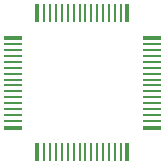
<source format=gtp>
G75*
%MOIN*%
%OFA0B0*%
%FSLAX25Y25*%
%IPPOS*%
%LPD*%
%AMOC8*
5,1,8,0,0,1.08239X$1,22.5*
%
%ADD10R,0.05906X0.01575*%
%ADD11R,0.05906X0.01102*%
%ADD12R,0.01575X0.05906*%
%ADD13R,0.01102X0.05906*%
D10*
X0070291Y0078520D03*
X0070291Y0108520D03*
X0116748Y0108520D03*
X0116748Y0078520D03*
D11*
X0116748Y0080724D03*
X0116748Y0082693D03*
X0116748Y0084661D03*
X0116748Y0086630D03*
X0116748Y0088598D03*
X0116748Y0090567D03*
X0116748Y0092535D03*
X0116748Y0094504D03*
X0116748Y0096472D03*
X0116748Y0098441D03*
X0116748Y0100409D03*
X0116748Y0102378D03*
X0116748Y0104346D03*
X0116748Y0106315D03*
X0070291Y0106315D03*
X0070291Y0104346D03*
X0070291Y0102378D03*
X0070291Y0100409D03*
X0070291Y0098441D03*
X0070291Y0096472D03*
X0070291Y0094504D03*
X0070291Y0092535D03*
X0070291Y0090567D03*
X0070291Y0088598D03*
X0070291Y0086630D03*
X0070291Y0084661D03*
X0070291Y0082693D03*
X0070291Y0080724D03*
D12*
X0078520Y0070291D03*
X0108520Y0070291D03*
X0108520Y0116748D03*
X0078520Y0116748D03*
D13*
X0080724Y0116748D03*
X0082693Y0116748D03*
X0084661Y0116748D03*
X0086630Y0116748D03*
X0088598Y0116748D03*
X0090567Y0116748D03*
X0092535Y0116748D03*
X0094504Y0116748D03*
X0096472Y0116748D03*
X0098441Y0116748D03*
X0100409Y0116748D03*
X0102378Y0116748D03*
X0104346Y0116748D03*
X0106315Y0116748D03*
X0106315Y0070291D03*
X0104346Y0070291D03*
X0102378Y0070291D03*
X0100409Y0070291D03*
X0098441Y0070291D03*
X0096472Y0070291D03*
X0094504Y0070291D03*
X0092535Y0070291D03*
X0090567Y0070291D03*
X0088598Y0070291D03*
X0086630Y0070291D03*
X0084661Y0070291D03*
X0082693Y0070291D03*
X0080724Y0070291D03*
M02*

</source>
